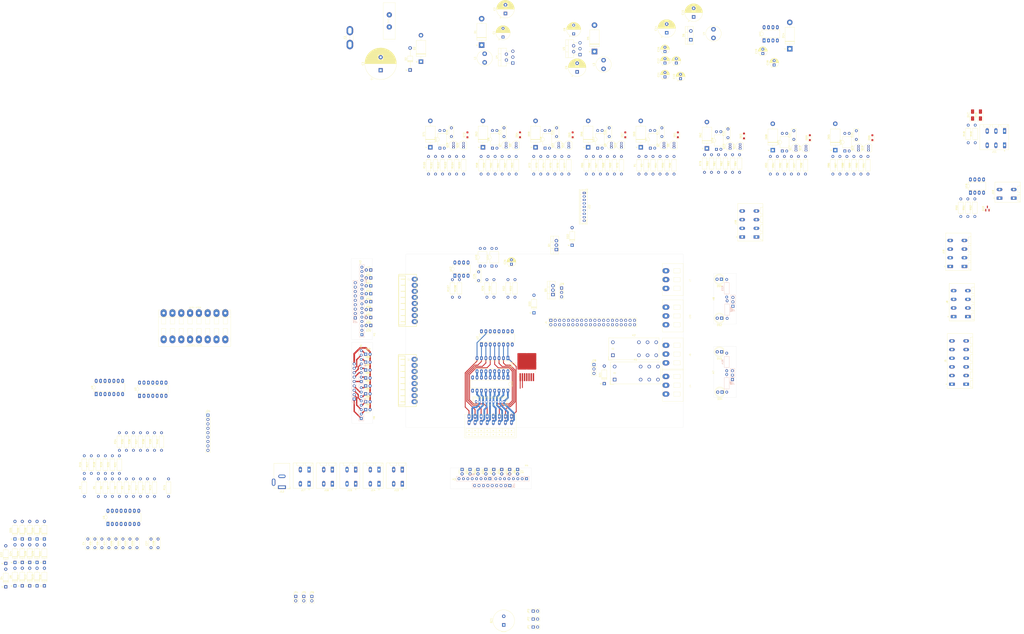
<source format=kicad_pcb>
(kicad_pcb
	(version 20240108)
	(generator "pcbnew")
	(generator_version "8.0")
	(general
		(thickness 1.6)
		(legacy_teardrops no)
	)
	(paper "A4")
	(layers
		(0 "F.Cu" signal)
		(31 "B.Cu" signal)
		(32 "B.Adhes" user "B.Adhesive")
		(33 "F.Adhes" user "F.Adhesive")
		(34 "B.Paste" user)
		(35 "F.Paste" user)
		(36 "B.SilkS" user "B.Silkscreen")
		(37 "F.SilkS" user "F.Silkscreen")
		(38 "B.Mask" user)
		(39 "F.Mask" user)
		(40 "Dwgs.User" user "User.Drawings")
		(41 "Cmts.User" user "User.Comments")
		(42 "Eco1.User" user "User.Eco1")
		(43 "Eco2.User" user "User.Eco2")
		(44 "Edge.Cuts" user)
		(45 "Margin" user)
		(46 "B.CrtYd" user "B.Courtyard")
		(47 "F.CrtYd" user "F.Courtyard")
		(48 "B.Fab" user)
		(49 "F.Fab" user)
		(50 "User.1" user)
		(51 "User.2" user)
		(52 "User.3" user)
		(53 "User.4" user)
		(54 "User.5" user)
		(55 "User.6" user)
		(56 "User.7" user)
		(57 "User.8" user)
		(58 "User.9" user)
	)
	(setup
		(pad_to_mask_clearance 0)
		(allow_soldermask_bridges_in_footprints no)
		(pcbplotparams
			(layerselection 0x00010fc_ffffffff)
			(plot_on_all_layers_selection 0x0000000_00000000)
			(disableapertmacros no)
			(usegerberextensions no)
			(usegerberattributes yes)
			(usegerberadvancedattributes yes)
			(creategerberjobfile yes)
			(dashed_line_dash_ratio 12.000000)
			(dashed_line_gap_ratio 3.000000)
			(svgprecision 4)
			(plotframeref no)
			(viasonmask no)
			(mode 1)
			(useauxorigin no)
			(hpglpennumber 1)
			(hpglpenspeed 20)
			(hpglpendiameter 15.000000)
			(pdf_front_fp_property_popups yes)
			(pdf_back_fp_property_popups yes)
			(dxfpolygonmode yes)
			(dxfimperialunits yes)
			(dxfusepcbnewfont yes)
			(psnegative no)
			(psa4output no)
			(plotreference yes)
			(plotvalue yes)
			(plotfptext yes)
			(plotinvisibletext no)
			(sketchpadsonfab no)
			(subtractmaskfromsilk no)
			(outputformat 1)
			(mirror no)
			(drillshape 1)
			(scaleselection 1)
			(outputdirectory "")
		)
	)
	(net 0 "")
	(net 1 "+5V")
	(net 2 "/Buzzer")
	(net 3 "+24V filtered")
	(net 4 "GND")
	(net 5 "+3V3")
	(net 6 "/ADC_CH3")
	(net 7 "/ADC_CH1")
	(net 8 "+12V")
	(net 9 "Net-(D6-K)")
	(net 10 "Net-(U1-BOOT)")
	(net 11 "/Dig-IN_1")
	(net 12 "Net-(U11-CAP+)")
	(net 13 "Net-(D14-K)")
	(net 14 "-5V")
	(net 15 "/ADC_CH5")
	(net 16 "/ADC_CH6")
	(net 17 "/ADC_CH0")
	(net 18 "/ADC_CH2")
	(net 19 "/ADC_CH7")
	(net 20 "/ADC_CH4")
	(net 21 "/Dig-IN_2")
	(net 22 "/Dig-IN_3")
	(net 23 "/Dig-IN_4")
	(net 24 "/Dig-IN_5")
	(net 25 "/Dig-IN_6")
	(net 26 "/Dig-IN_7")
	(net 27 "/Dig-IN_8")
	(net 28 "Net-(D1-K)")
	(net 29 "Net-(D2-K)")
	(net 30 "Net-(D4-A)")
	(net 31 "Net-(D5-K)")
	(net 32 "Net-(D11-A)")
	(net 33 "Net-(D13-A)")
	(net 34 "OUT_Digital_1_open-drain")
	(net 35 "Net-(D21-A)")
	(net 36 "Net-(D24-A)")
	(net 37 "IN_Analog_6 (0-20mA)")
	(net 38 "IN_Analog_7 (0-20mA)")
	(net 39 "/OUT_Relay_1")
	(net 40 "/OUT_PWM_1_diode")
	(net 41 "/OUT_PWM_2_diode")
	(net 42 "Net-(D34-A)")
	(net 43 "Net-(D38-A)")
	(net 44 "OUT_Digital_2_open-drain")
	(net 45 "OUT_Digital_3_open-drain")
	(net 46 "OUT_Digital_4_open-drain")
	(net 47 "OUT_Digital_5_open-drain")
	(net 48 "/OUT_Relay_2")
	(net 49 "I2C_SDA")
	(net 50 "RS485_B")
	(net 51 "RS485_A")
	(net 52 "Net-(D50-A1)")
	(net 53 "Net-(D51-A)")
	(net 54 "Net-(D53-A1)")
	(net 55 "Net-(D54-A)")
	(net 56 "Net-(D56-A1)")
	(net 57 "Net-(D57-A)")
	(net 58 "Net-(D59-A1)")
	(net 59 "Net-(D60-A)")
	(net 60 "Net-(D62-A1)")
	(net 61 "Net-(D63-A)")
	(net 62 "Net-(D65-A1)")
	(net 63 "Net-(D66-A)")
	(net 64 "Net-(D68-A1)")
	(net 65 "Net-(D69-A)")
	(net 66 "Net-(D71-A1)")
	(net 67 "Net-(D72-A)")
	(net 68 "+BATT")
	(net 69 "unconnected-(J1-ID_SD{slash}GPIO0-Pad27)")
	(net 70 "/SPI_CE0_ADC")
	(net 71 "Net-(J1-3V3-Pad1)")
	(net 72 "/SPI0_miso_ADC")
	(net 73 "/UART_DIR-T")
	(net 74 "/SPI0_mosi_ADC")
	(net 75 "/SPI0_sclk_ADC")
	(net 76 "/UART_TX")
	(net 77 "/SPI1_miso_FREE")
	(net 78 "/SR-OUT_latch")
	(net 79 "/SPI1_mosi_FREE")
	(net 80 "/SR-OUT_clock")
	(net 81 "/SR-OUT_data")
	(net 82 "unconnected-(J1-ID_SC{slash}GPIO1-Pad28)")
	(net 83 "/SPI1_CE_FREE")
	(net 84 "/UART_RX")
	(net 85 "/OUT_PWM_2")
	(net 86 "/SPI1_sclk_FREE")
	(net 87 "/OUT_PWM_1")
	(net 88 "IN_Digital_8")
	(net 89 "IN_Digital_5")
	(net 90 "IN_Digital_2")
	(net 91 "IN_Digital_3")
	(net 92 "IN_Digital_4")
	(net 93 "IN_Digital_6")
	(net 94 "IN_Digital_7")
	(net 95 "IN_Digital_1")
	(net 96 "OUT_Digital_8")
	(net 97 "OUT_Digital_7_open-drain")
	(net 98 "OUT_Digital_2")
	(net 99 "OUT_Digital_4")
	(net 100 "OUT_Digital_5")
	(net 101 "OUT_Digital_6")
	(net 102 "OUT_Digital_3")
	(net 103 "OUT_Digital_7")
	(net 104 "OUT_Digital_8_open-drain")
	(net 105 "OUT_Digital_1")
	(net 106 "OUT_Digital_6_open-drain")
	(net 107 "Net-(J4-Pin_1)")
	(net 108 "Net-(J4-Pin_2)")
	(net 109 "Net-(J4-Pin_3)")
	(net 110 "OUT_Digital_COM_open-drain")
	(net 111 "Net-(J6-Pin_1)")
	(net 112 "Net-(J6-Pin_3)")
	(net 113 "Net-(J6-Pin_2)")
	(net 114 "IN_Analog_1 (0-3.3V)")
	(net 115 "IN_Analog_5 (0-24V)")
	(net 116 "IN_Analog_4 (0-12V)")
	(net 117 "IN_Analog_2 (0-5V)")
	(net 118 "IN_Analog_0 (0-3.3V)")
	(net 119 "IN_Analog_3 (0-5V)")
	(net 120 "Net-(Q1-G)")
	(net 121 "Net-(Q2-G)")
	(net 122 "Net-(Q2-D)")
	(net 123 "Net-(Q5-G)")
	(net 124 "Net-(Q6-G)")
	(net 125 "Net-(Q7-G)")
	(net 126 "Net-(Q7-D)")
	(net 127 "Net-(Q8-G)")
	(net 128 "Net-(Q9-G)")
	(net 129 "Net-(Q9-D)")
	(net 130 "Net-(Q10-G)")
	(net 131 "Net-(Q11-D)")
	(net 132 "Net-(Q11-G)")
	(net 133 "Net-(Q12-G)")
	(net 134 "Net-(Q13-G)")
	(net 135 "Net-(Q13-D)")
	(net 136 "Net-(Q14-G)")
	(net 137 "Net-(Q15-D)")
	(net 138 "Net-(Q15-G)")
	(net 139 "Net-(Q16-G)")
	(net 140 "Net-(Q17-G)")
	(net 141 "Net-(Q17-D)")
	(net 142 "Net-(Q18-G)")
	(net 143 "Net-(Q19-D)")
	(net 144 "Net-(Q19-G)")
	(net 145 "Net-(Q20-G)")
	(net 146 "Net-(R2-Pad2)")
	(net 147 "Net-(U9C--)")
	(net 148 "Net-(U12-~{OUTA})")
	(net 149 "Net-(U12-~{OUTB})")
	(net 150 "Net-(U12-INB)")
	(net 151 "Net-(R33-Pad1)")
	(net 152 "Net-(U9D--)")
	(net 153 "Net-(R59-Pad2)")
	(net 154 "Net-(R66-Pad2)")
	(net 155 "Net-(R73-Pad2)")
	(net 156 "Net-(R80-Pad2)")
	(net 157 "Net-(R87-Pad2)")
	(net 158 "Net-(R94-Pad2)")
	(net 159 "Net-(R101-Pad2)")
	(net 160 "Net-(U12-INA)")
	(net 161 "Net-(R108-Pad1)")
	(net 162 "unconnected-(U1-EN-Pad7)")
	(net 163 "unconnected-(U1-NC-Pad5)")
	(net 164 "unconnected-(U2-QH'-Pad9)")
	(net 165 "unconnected-(U11-OSC-Pad7)")
	(net 166 "unconnected-(U11-NC-Pad1)")
	(net 167 "unconnected-(U12-NC-Pad8)")
	(net 168 "unconnected-(U12-NC-Pad1)")
	(net 169 "Net-(BZ1--)")
	(net 170 "Net-(D45-K)")
	(net 171 "unconnected-(J3-Pin_13-Pad13)")
	(net 172 "unconnected-(J3-Pin_1-Pad1)")
	(net 173 "unconnected-(J3-Pin_3-Pad3)")
	(net 174 "unconnected-(J3-Pin_8-Pad8)")
	(net 175 "unconnected-(J3-Pin_15-Pad15)")
	(net 176 "unconnected-(J3-Pin_11-Pad11)")
	(net 177 "unconnected-(J3-Pin_5-Pad5)")
	(net 178 "unconnected-(J3-Pin_14-Pad14)")
	(net 179 "unconnected-(J3-Pin_10-Pad10)")
	(net 180 "unconnected-(J3-Pin_4-Pad4)")
	(net 181 "unconnected-(J3-Pin_6-Pad6)")
	(net 182 "unconnected-(J3-Pin_7-Pad7)")
	(net 183 "unconnected-(J3-Pin_16-Pad16)")
	(net 184 "unconnected-(J3-Pin_9-Pad9)")
	(net 185 "unconnected-(J3-Pin_2-Pad2)")
	(net 186 "unconnected-(J3-Pin_12-Pad12)")
	(net 187 "/LED_analog-CH6")
	(net 188 "/LED_analog-CH2")
	(net 189 "/LED_analog-CH7")
	(net 190 "/LED_analog-CH5")
	(net 191 "/LED_analog-CH0")
	(net 192 "/LED_analog-CH1")
	(net 193 "/LED_analog-CH3")
	(net 194 "/LED_analog-CH4")
	(net 195 "Net-(D10-K)")
	(net 196 "Net-(D7-A)")
	(net 197 "Net-(D8-A)")
	(net 198 "Net-(D10-A)")
	(net 199 "Net-(D15-A)")
	(net 200 "Net-(D17-A)")
	(net 201 "Net-(D23-A)")
	(net 202 "Net-(D26-A)")
	(net 203 "Net-(D27-A)")
	(net 204 "Net-(D82-K)")
	(net 205 "Net-(D82-A)")
	(net 206 "Net-(D83-K)")
	(net 207 "Net-(D84-K)")
	(net 208 "Net-(D85-K)")
	(net 209 "Net-(D86-K)")
	(net 210 "Net-(D87-K)")
	(net 211 "Net-(D88-K)")
	(net 212 "Net-(D89-K)")
	(net 213 "Net-(J25-Pin_8)")
	(net 214 "Net-(J25-Pin_5)")
	(net 215 "Net-(J25-Pin_7)")
	(net 216 "Net-(J25-Pin_2)")
	(net 217 "Net-(J25-Pin_6)")
	(net 218 "Net-(J25-Pin_1)")
	(net 219 "Net-(J25-Pin_4)")
	(net 220 "Net-(J25-Pin_3)")
	(net 221 "Net-(J27-Pin_4)")
	(net 222 "Net-(J27-Pin_8)")
	(net 223 "Net-(J27-Pin_1)")
	(net 224 "Net-(J27-Pin_5)")
	(net 225 "Net-(J27-Pin_6)")
	(net 226 "Net-(J27-Pin_7)")
	(net 227 "Net-(J27-Pin_3)")
	(net 228 "Net-(J27-Pin_2)")
	(net 229 "Net-(D20-A)")
	(net 230 "Net-(D20-K)")
	(net 231 "Net-(D30-K)")
	(net 232 "Net-(D37-K)")
	(net 233 "Net-(D40-K)")
	(net 234 "Net-(D41-K)")
	(net 235 "Net-(D42-K)")
	(net 236 "Net-(D43-K)")
	(net 237 "Net-(D44-K)")
	(net 238 "/LED_digital-out_2")
	(net 239 "/LED_digital-out_8")
	(net 240 "/LED_digital-out_6")
	(net 241 "/LED_digital-out_5")
	(net 242 "/LED_digital-out_4")
	(net 243 "/LED_digital-out_7")
	(net 244 "/LED_digital-out_1")
	(net 245 "/LED_digital-out_3")
	(net 246 "Net-(J23-Pin_1)")
	(net 247 "Net-(J23-Pin_5)")
	(net 248 "Net-(J23-Pin_3)")
	(net 249 "Net-(J23-Pin_2)")
	(net 250 "Net-(J23-Pin_8)")
	(net 251 "Net-(J23-Pin_7)")
	(net 252 "Net-(J23-Pin_4)")
	(net 253 "Net-(J23-Pin_6)")
	(net 254 "/LED_relay-1")
	(net 255 "/LED_PWM-1")
	(net 256 "/LED_PWM-2")
	(net 257 "Net-(D34-K)")
	(net 258 "/LED_relay-2")
	(net 259 "Net-(D52-K)")
	(net 260 "Net-(D52-A)")
	(net 261 "Net-(D55-K)")
	(net 262 "Net-(J30-Pin_3)")
	(net 263 "Net-(J30-Pin_2)")
	(net 264 "Net-(J31-Pin_3)")
	(net 265 "Net-(J31-Pin_2)")
	(net 266 "Net-(RN9-R2.2)")
	(net 267 "Net-(RN9-R8.2)")
	(net 268 "Net-(RN9-R7.2)")
	(net 269 "Net-(RN9-R5.2)")
	(net 270 "Net-(RN9-R1.2)")
	(net 271 "Net-(RN9-R6.2)")
	(net 272 "Net-(RN9-R3.2)")
	(net 273 "Net-(RN9-R4.2)")
	(footprint "Capacitor_THT:CP_Radial_D10.0mm_P5.00mm" (layer "F.Cu") (at 136.35 -61.907323 90))
	(footprint "Resistor_THT:R_Axial_DIN0207_L6.3mm_D2.5mm_P10.16mm_Horizontal" (layer "F.Cu") (at 226 -3.92 90))
	(footprint "Resistor_THT:R_Axial_DIN0207_L6.3mm_D2.5mm_P10.16mm_Horizontal" (layer "F.Cu") (at 357.655 21.6 90))
	(footprint "Package_TO_SOT_THT:TO-92_Inline" (layer "F.Cu") (at 192.23 -18.29 90))
	(footprint "Package_DIP:DIP-4_W10.16mm" (layer "F.Cu") (at 80.4725 50.2 90))
	(footprint "Diode_THT:D_A-405_P10.16mm_Horizontal" (layer "F.Cu") (at -175.206 221.281 90))
	(footprint "Resistor_THT:R_Axial_DIN0207_L6.3mm_D2.5mm_P10.16mm_Horizontal" (layer "F.Cu") (at -127.706 169.901 90))
	(footprint "Connector_PinSocket_2.54mm:PinSocket_1x02_P2.54mm_Vertical" (layer "F.Cu") (at 111 258.6 90))
	(footprint "Capacitor_THT:CP_Radial_D5.0mm_P2.50mm" (layer "F.Cu") (at 98.4475 49.1 90))
	(footprint "Relay_THT:Relay_SPDT_Omron_G2RL-1-E" (layer "F.Cu") (at 157.9625 115.735 90))
	(footprint "Resistor_THT:R_Axial_DIN0207_L6.3mm_D2.5mm_P10.16mm_Horizontal" (layer "F.Cu") (at -99.356 183.211 90))
	(footprint "Resistor_THT:R_Axial_DIN0207_L6.3mm_D2.5mm_P10.16mm_Horizontal" (layer "F.Cu") (at -127.706 156.591 90))
	(footprint "LED_THT:LED_D3.0mm_IRGrey" (layer "F.Cu") (at 14.346 119.38))
	(footprint "Resistor_THT:R_Axial_DIN0207_L6.3mm_D2.5mm_P10.16mm_Horizontal" (layer "F.Cu") (at 115.35 -2.92 90))
	(footprint "LED_THT:LED_D3.0mm_IRGrey" (layer "F.Cu") (at 69.977 167.635 -90))
	(footprint "Capacitor_THT:CP_Radial_D8.0mm_P5.00mm" (layer "F.Cu") (at 93.59 -82.029698 90))
	(footprint "Diode_THT:D_DO-201AD_P15.24mm_Horizontal" (layer "F.Cu") (at 146.35 -73.655 90))
	(footprint "Package_DIP:DIP-8_W7.62mm_LongPads" (layer "F.Cu") (at 363.2 7.825 90))
	(footprint "Diode_THT:D_DO-201AE_P15.24mm_Horizontal" (layer "F.Cu") (at 112.36 -18.38 90))
	(footprint "Diode_THT:D_A-405_P10.16mm_Horizontal"
		(layer "F.Cu")
		(uuid "0b237633-9c53-4e91-8374-dcfea4e16aff")
		(at -187.956 207.771 90)
		(descr "Diode, A-405 series, Axial, Horizontal, pin pitch=10.16mm, , length*diameter=5.2*2.7mm^2, , http://www.diodes.com/_files/packages/A-405.pdf")
		(tags "Diode A-405 series Axial Horizontal pin pitch 10.16mm  length 5.2mm diameter 2.7mm")
		(property "Reference" "D35"
			(at 5.08 -2.47 90)
			(layer "F.SilkS")
			(uuid "abe94a45-acbf-4965-bd6b-85f5f16969fd")
			(effects
				(font
					(size 1 1)
					(thickness 0.15)
				)
			)
		)
		(property "Value" "D_Schottky"
			(at 5.08 2.47 90)
			(layer "F.Fab")
			(uuid "8be64bf8-2b33-4f9c-9eb8-d15589aa3417")
			(effects
				(font
					(size 1 1)
					(thickness 0.15)
				)
			)
		)
		(property "Footprint" "Diode_THT:D_A-405_P10.16mm_Horizontal"
			(at 0 0 90)
			(unlocked yes)
			(layer "F.Fab")
			(hide yes)
			(uuid "34af8232-9778-48a1-99ee-7c38cab54448")
			(effects
				(font
					(size 1.27 1.27)
					(thickness 0.15)
				)
			)
		)
		(property "Datasheet" ""
			(at 0 0 90)
			(unlocked yes)
			(layer "F.Fab")
			(hide yes)
			(uuid "24a56277-de00-41fe-8ae9-5fe3ac7c7132")
			(effects
				(font
					(size 1.27 1.27)
					(thickness 0.15)
				)
			)
		)
		(property "Description" "Schottky diode"
			(at 0 0 90)
			(unlocked yes)
			(layer "F.Fab")
			(hide yes)
			(uuid "c839895e-fe81-414d-8d20-3d1b4c48fb5d")
			(effects
				(font
					(size 1.27 1.27)
					(thickness 0.15)
				)
			)
		)
		(property ki_fp_filters "TO-???* *_Diode_* *SingleDiode* D_*")
		(path "/a0cb58ab-42c7-40d5-82ca-871cc0b674ee")
		(sheetname "Root")
		(sheetfile "pi-interface-board_v1.0.kicad_sch")
		(attr through_hole)
		(fp_line
			(start 7.8 -1.47)
			(end 2.36 -1.47)
			(stroke
				(width 0.12)
				(type solid)
			)
			(layer "F.SilkS")
			(uuid "1977b41a-43c7-42c6-82b0-f8ebd5d19a89")
		)
		(fp_line
			(start 3.38 -1.47)
			(end 3.38 1.47)
			(stroke
				(width 0.12)
				(type solid)
			)
			(layer "F.SilkS")
			(uuid "b379d44e-bcad-48dc-bceb-08b9a1979759")
		)
		(fp_line
			(start 3.26 -1.47)
			(end 3.26 1.47)
			(stroke
				(width 0.12)
				(type solid)
			)
			(layer "F.SilkS")
			(uuid "673b8dc4-94ed-49ed-9e78-531138da3281")
		)
		(fp_line
			(start 3.14 -1.47)
			(end 3.14 1.47)
			(stroke
				(width 0.12)
				(type solid)
			)
			(layer "F.SilkS")
			(uuid "1833172d-5ec4-4a73-87c1-508a6cad6d98")
		)
		(fp_line
			(start 2.36 -1.47)
			(end 2.36 1.47)
			(stroke
				(width 0.12)
				(type solid)
			)
			(layer "F.SilkS")
			(uuid "955bf8b0-5208-451b-9958-80ca127265ba")
		)
		(fp_line
			(start 9.02 0)
			(end 7.8 0)
			(stroke
				(width 0.12)
				(type solid)
			)
			(layer "F.SilkS")
			(uuid "735b03b6-efd2-4a74-b131-3853005b2ad7")
		)
		(fp_line
			(start 1.14 0)
			(end 2.36 0)
			(stroke
				(width 0.12)
				(type solid)
			)
			(layer "F.SilkS")
			(uuid "11c489ce-01fb-4fed-bf15-41f57f3e8376")
		)
		(fp_line
			(start 7.8 1.47)
			(end 7.8 -1.47)
			(stroke
				(width 0.12)
				(type solid)
			)
			(layer "F.SilkS")
			(uuid "914c4353-6786-4ba5-8187-cf31f38c57b5")
		)
		(fp_line
			(star
... [1922443 chars truncated]
</source>
